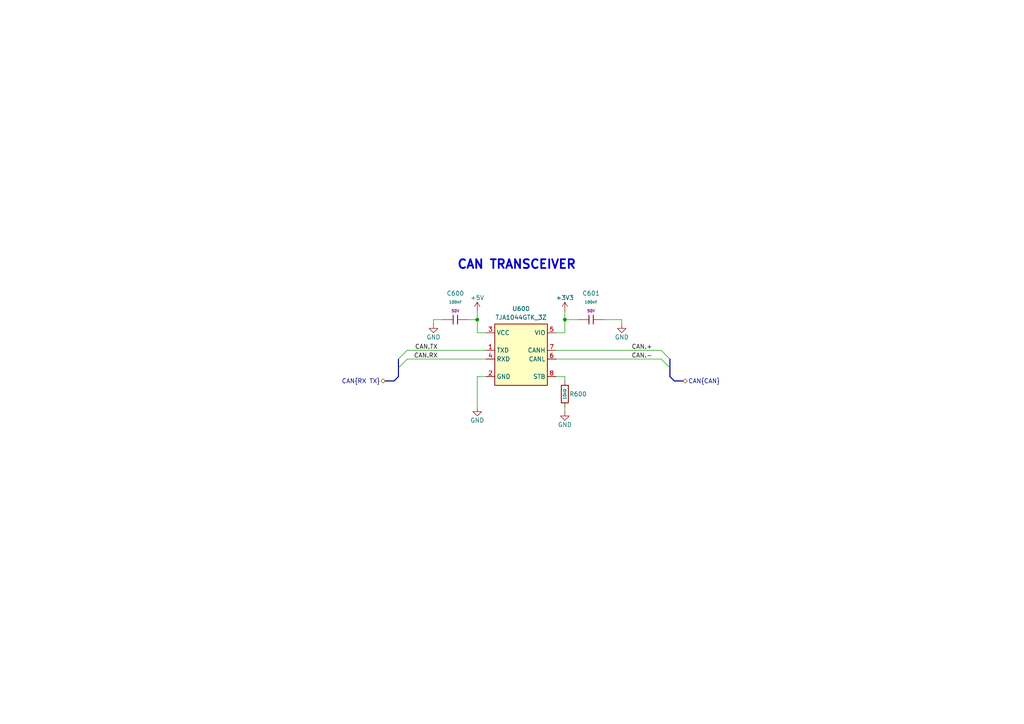
<source format=kicad_sch>
(kicad_sch (version 20250114) (generator "eeschema") (generator_version "9.0")
  (paper "A4")
  (title_block (title "ModuCard power supply unit") (date "2025-08-05") (rev "0") (company "KoNaR") (comment 1 "Base project authors: Dominik Pluta, Artem Horiunov") (comment 2 "Project author: Maciej Chodowiec"))
  (lib_symbols
    (symbol "PCM_JLCPCB-Capacitors:0402,100nF,(2)" (pin_numbers (hide yes)) (pin_names (offset 0))
      (property "Reference" "C" (at 2.032 1.668 0))
      (property "Value" "100nF" (at 2.032 -0.3782 0))
      (property "Voltage Rated" "50V" (at 2.032 -2.0462 0))
      (symbol "0402,100nF,(2)_0_1"
        (polyline (pts (xy -1.27 0.635) (xy 1.27 0.635)) (stroke (width 0.254)))
        (polyline (pts (xy -1.27 -0.635) (xy 1.27 -0.635)) (stroke (width 0.254)))
      )
      (symbol "0402,100nF,(2)_1_1"
        (pin passive line (at 0 3.81 270) (length 3.175) (name "~") (number "1"))
        (pin passive line (at 0 -3.81 90) (length 3.175) (name "~") (number "2"))
      )
    )
    (symbol "PCM_JLCPCB-Resistors:0402,10kΩ" (pin_numbers (hide yes)) (pin_names (offset 0))
      (property "Reference" "R" (at 1.778 0 0))
      (property "Value" "10kΩ" (at 0 0 90))
      (symbol "0402,10kΩ_0_1"
        (rectangle (start -1.016 2.54) (end 1.016 -2.54) (stroke (width 0.254)))
      )
      (symbol "0402,10kΩ_1_1"
        (pin passive line (at 0 3.81 270) (length 1.27) (name "~") (number "1"))
        (pin passive line (at 0 -3.81 90) (length 1.27) (name "~") (number "2"))
      )
    )
    (symbol "TJA1044GTK_3Z:TJA1044GTK_3Z"
      (property "Reference" "U" (at 11.43 7.62 0))
      (property "Value" "TJA1044GTK_3Z" (at 5.08 5.08 0))
      (symbol "TJA1044GTK_3Z_1_1"
        (rectangle (start 5.08 2.54) (end 20.32 -15.24) (stroke (width 0.254)) (fill (type background)))
        (pin power_in line (at 2.54 0 0) (length 2.54) (name "VCC") (number "3"))
        (pin passive line (at 2.54 -5.08 0) (length 2.54) (name "TXD") (number "1"))
        (pin passive line (at 2.54 -7.62 0) (length 2.54) (name "RXD") (number "4"))
        (pin passive line (at 2.54 -12.7 0) (length 2.54) (name "GND") (number "2"))
        (pin passive line (at 2.54 -12.7 0) (length 2.54) (hide yes) (name "EP") (number "9"))
        (pin power_in line (at 22.86 0 180) (length 2.54) (name "VIO") (number "5"))
        (pin passive line (at 22.86 -5.08 180) (length 2.54) (name "CANH") (number "7"))
        (pin passive line (at 22.86 -7.62 180) (length 2.54) (name "CANL") (number "6"))
        (pin passive line (at 22.86 -12.7 180) (length 2.54) (name "STB") (number "8"))
      )
    )
    (symbol "power:+5V" (power) (pin_numbers (hide yes)) (pin_names (offset 0) (hide yes))
      (property "Value" "+5V" (at 0 3.556 0))
      (symbol "+5V_0_1"
        (polyline (pts (xy -0.762 1.27) (xy 0 2.54)))
        (polyline (pts (xy 0 2.54) (xy 0.762 1.27)))
        (polyline (pts (xy 0 0) (xy 0 2.54)))
      )
      (symbol "+5V_1_1"
        (pin power_in line (at 0 0 90) (length 0) (name "~") (number "1"))
      )
    )
    (symbol "power:GND" (power) (pin_numbers (hide yes)) (pin_names (offset 0) (hide yes))
      (property "Value" "GND" (at 0 -3.81 0))
      (symbol "GND_0_1"
        (polyline (pts (xy 0 0) (xy 0 -1.27) (xy 1.27 -1.27) (xy 0 -2.54) (xy -1.27 -1.27) (xy 0 -1.27)))
      )
      (symbol "GND_1_1"
        (pin power_in line (at 0 0 270) (length 0) (name "~") (number "1"))
      )
    )
  )
  (text "CAN TRANSCEIVER" (at 149.86 76.835 0) (effects (font (size 2.54 2.54) (thickness 0.508) (bold yes))))
  (junction (at 163.83 92.71))
  (junction (at 138.43 92.71))
  (bus_entry (at 191.77 101.6) (size 2.54 2.54))
  (bus_entry (at 118.11 104.14) (size -2.54 2.54))
  (bus_entry (at 118.11 101.6) (size -2.54 2.54))
  (bus_entry (at 194.31 106.68) (size -2.54 -2.54))
  (wire (pts (xy 163.83 90.17) (xy 163.83 92.71)))
  (wire (pts (xy 163.83 109.22) (xy 163.83 110.49)))
  (wire (pts (xy 118.11 101.6) (xy 140.97 101.6)))
  (wire (pts (xy 161.29 109.22) (xy 163.83 109.22)))
  (wire (pts (xy 125.73 92.71) (xy 128.27 92.71)))
  (wire (pts (xy 163.83 92.71) (xy 167.64 92.71)))
  (wire (pts (xy 163.83 96.52) (xy 161.29 96.52)))
  (wire (pts (xy 140.97 109.22) (xy 138.43 109.22)))
  (wire (pts (xy 118.11 104.14) (xy 140.97 104.14)))
  (wire (pts (xy 135.89 92.71) (xy 138.43 92.71)))
  (bus (pts (xy 115.57 106.68) (xy 115.57 109.22)))
  (bus (pts (xy 111.76 110.49) (xy 114.3 110.49)))
  (wire (pts (xy 180.34 92.71) (xy 175.26 92.71)))
  (bus (pts (xy 194.31 106.68) (xy 194.31 109.22)))
  (wire (pts (xy 138.43 109.22) (xy 138.43 118.11)))
  (wire (pts (xy 125.73 93.98) (xy 125.73 92.71)))
  (wire (pts (xy 138.43 92.71) (xy 138.43 90.17)))
  (bus (pts (xy 195.58 110.49) (xy 198.12 110.49)))
  (wire (pts (xy 161.29 101.6) (xy 191.77 101.6)))
  (wire (pts (xy 180.34 93.98) (xy 180.34 92.71)))
  (bus (pts (xy 194.31 104.14) (xy 194.31 106.68)))
  (bus (pts (xy 194.31 109.22) (xy 195.58 110.49)))
  (bus (pts (xy 115.57 109.22) (xy 114.3 110.49)))
  (bus (pts (xy 115.57 104.14) (xy 115.57 106.68)))
  (wire (pts (xy 163.83 92.71) (xy 163.83 96.52)))
  (wire (pts (xy 161.29 104.14) (xy 191.77 104.14)))
  (wire (pts (xy 163.83 118.11) (xy 163.83 119.38)))
  (wire (pts (xy 140.97 96.52) (xy 138.43 96.52)))
  (wire (pts (xy 138.43 96.52) (xy 138.43 92.71)))
  (label "CAN.+" (at 189.23 101.6 180))
  (label "CAN.RX" (at 127 104.14 180))
  (label "CAN.TX" (at 127 101.6 180))
  (label "CAN.-" (at 189.23 104.14 180))
  (hierarchical_label "CAN{CAN}" (shape bidirectional) (at 198.12 110.49 0))
  (hierarchical_label "CAN{RX TX}" (shape bidirectional) (at 111.76 110.49 180))
  (symbol (lib_id "power:+5V") (at 163.83 90.17 0) (unit 1)
    (property "Reference" "#PWR0501" (effects (hide yes)))
    (property "Value" "+3V3" (at 163.83 86.36 0))
    (property "Description" "Power symbol creates a global label with name \"+5V\"" (effects (hide yes)))
    (instances (project "base-module" (path "" (reference "#PWR0601") (unit 1)) (path "" (reference "#PWR0501") (unit 1))))
  )
  (symbol (lib_id "PCM_JLCPCB-Capacitors:0402,100nF,(2)") (at 171.45 92.71 90) (unit 1)
    (property "Reference" "C501" (at 171.45 85.09 90))
    (property "Value" "100nF" (at 171.45 87.63 90) (effects (font (size 0.8 0.8))))
    (property "Footprint" "PCM_JLCPCB:C_0402" (effects (hide yes)))
    (property "Datasheet" "https://www.lcsc.com/datasheet/lcsc_datasheet_2304140030_Samsung-Electro-Mechanics-CL05B104KB54PNC_C307331.pdf" (effects (hide yes)))
    (property "Description" "50V 100nF X7R ±10% 0402 Multilayer Ceramic Capacitors MLCC - SMD/SMT ROHS" (effects (hide yes)))
    (property "LCSC" "C307331" (effects (hide yes)))
    (property "Stock" "8389599" (effects (hide yes)))
    (property "Price" "0.008USD" (effects (hide yes)))
    (property "Process" "SMT" (effects (hide yes)))
    (property "Minimum Qty" "20" (effects (hide yes)))
    (property "Attrition Qty" "10" (effects (hide yes)))
    (property "Class" "Basic Component" (effects (hide yes)))
    (property "Category" "Capacitors,Multilayer Ceramic Capacitors MLCC - SMD/SMT" (effects (hide yes)))
    (property "Manufacturer" "Samsung Electro-Mechanics" (effects (hide yes)))
    (property "Part" "CL05B104KB54PNC" (effects (hide yes)))
    (property "Voltage Rated" "50V" (at 171.45 90.17 90) (effects (font (size 0.8 0.8))))
    (property "Tolerance" "±10%" (effects (hide yes)))
    (property "Capacitance" "100nF" (effects (hide yes)))
    (property "Temperature Coefficient" "X7R" (effects (hide yes)))
    (instances (project "" (path "" (reference "C601") (unit 1)) (path "" (reference "C501") (unit 1))))
  )
  (symbol (lib_id "TJA1044GTK_3Z:TJA1044GTK_3Z") (at 138.43 96.52 0) (unit 1)
    (property "Reference" "U500" (at 151.13 89.535 0))
    (property "Value" "TJA1044GTK_3Z" (at 151.13 92.075 0))
    (property "Footprint" "Package_SON:HVSON-8-1EP_3x3mm_P0.65mm_EP1.6x2.4mm" (effects (hide yes)))
    (property "Datasheet" "http://www.nxp.com/docs/en/data-sheet/TJA1044.pdf" (effects (hide yes)))
    (property "Description" "CAN Interface IC High-speed CAN transceiver with Standby mode" (effects (hide yes)))
    (property "Manufacturer_Name" "NXP" (effects (hide yes)))
    (property "Manufacturer_Part_Number" "TJA1044GTK/3Z" (effects (hide yes)))
    (property "LCSC" "C5215851" (effects (hide yes)))
    (instances (project "base-module" (path "" (reference "U600") (unit 1)) (path "" (reference "U500") (unit 1))))
  )
  (symbol (lib_id "PCM_JLCPCB-Resistors:0402,10kΩ") (at 163.83 114.3 0) (unit 1)
    (property "Reference" "R500" (at 165.1 114.3 0) (effects (justify left)))
    (property "Value" "10kΩ" (at 163.83 114.3 90) (effects (font (size 0.8 0.8))))
    (property "Footprint" "PCM_JLCPCB:R_0402" (effects (hide yes)))
    (property "Datasheet" "https://www.lcsc.com/datasheet/lcsc_datasheet_2411221126_UNI-ROYAL-Uniroyal-Elec-0402WGF1002TCE_C25744.pdf" (effects (hide yes)))
    (property "Description" "62.5mW Thick Film Resistors 50V ±100ppm/°C ±1% 10kΩ 0402 Chip Resistor - Surface Mount ROHS" (effects (hide yes)))
    (property "LCSC" "C25744" (effects (hide yes)))
    (property "Stock" "24372091" (effects (hide yes)))
    (property "Price" "0.004USD" (effects (hide yes)))
    (property "Process" "SMT" (effects (hide yes)))
    (property "Minimum Qty" "20" (effects (hide yes)))
    (property "Attrition Qty" "10" (effects (hide yes)))
    (property "Class" "Basic Component" (effects (hide yes)))
    (property "Category" "Resistors,Chip Resistor - Surface Mount" (effects (hide yes)))
    (property "Manufacturer" "UNI-ROYAL(Uniroyal Elec)" (effects (hide yes)))
    (property "Part" "0402WGF1002TCE" (effects (hide yes)))
    (property "Resistance" "10kΩ" (effects (hide yes)))
    (property "Power(Watts)" "62.5mW" (effects (hide yes)))
    (property "Type" "Thick Film Resistors" (effects (hide yes)))
    (property "Overload Voltage (Max)" "50V" (effects (hide yes)))
    (property "Operating Temperature Range" "-55°C~+155°C" (effects (hide yes)))
    (property "Tolerance" "±1%" (effects (hide yes)))
    (property "Temperature Coefficient" "±100ppm/°C" (effects (hide yes)))
    (instances (project "" (path "" (reference "R600") (unit 1)) (path "" (reference "R500") (unit 1))))
  )
  (symbol (lib_id "power:+5V") (at 138.43 90.17 0) (unit 1)
    (property "Reference" "#PWR0500" (effects (hide yes)))
    (property "Value" "+5V" (at 138.43 86.36 0))
    (property "Description" "Power symbol creates a global label with name \"+5V\"" (effects (hide yes)))
    (instances (project "base-module" (path "" (reference "#PWR0600") (unit 1)) (path "" (reference "#PWR0500") (unit 1))))
  )
  (symbol (lib_id "PCM_JLCPCB-Capacitors:0402,100nF,(2)") (at 132.08 92.71 90) (unit 1)
    (property "Reference" "C500" (at 132.08 85.09 90))
    (property "Value" "100nF" (at 132.08 87.63 90) (effects (font (size 0.8 0.8))))
    (property "Footprint" "PCM_JLCPCB:C_0402" (effects (hide yes)))
    (property "Datasheet" "https://www.lcsc.com/datasheet/lcsc_datasheet_2304140030_Samsung-Electro-Mechanics-CL05B104KB54PNC_C307331.pdf" (effects (hide yes)))
    (property "Description" "50V 100nF X7R ±10% 0402 Multilayer Ceramic Capacitors MLCC - SMD/SMT ROHS" (effects (hide yes)))
    (property "LCSC" "C307331" (effects (hide yes)))
    (property "Stock" "8389599" (effects (hide yes)))
    (property "Price" "0.008USD" (effects (hide yes)))
    (property "Process" "SMT" (effects (hide yes)))
    (property "Minimum Qty" "20" (effects (hide yes)))
    (property "Attrition Qty" "10" (effects (hide yes)))
    (property "Class" "Basic Component" (effects (hide yes)))
    (property "Category" "Capacitors,Multilayer Ceramic Capacitors MLCC - SMD/SMT" (effects (hide yes)))
    (property "Manufacturer" "Samsung Electro-Mechanics" (effects (hide yes)))
    (property "Part" "CL05B104KB54PNC" (effects (hide yes)))
    (property "Voltage Rated" "50V" (at 132.08 90.17 90) (effects (font (size 0.8 0.8))))
    (property "Tolerance" "±10%" (effects (hide yes)))
    (property "Capacitance" "100nF" (effects (hide yes)))
    (property "Temperature Coefficient" "X7R" (effects (hide yes)))
    (instances (project "base-module" (path "" (reference "C600") (unit 1)) (path "" (reference "C500") (unit 1))))
  )
  (symbol (lib_id "power:GND") (at 125.73 93.98 0) (unit 1)
    (property "Reference" "#PWR0502" (effects (hide yes)))
    (property "Value" "GND" (at 125.73 97.79 0))
    (property "Description" "Power symbol creates a global label with name \"GND\" , ground" (effects (hide yes)))
    (instances (project "base-module" (path "" (reference "#PWR0602") (unit 1)) (path "" (reference "#PWR0502") (unit 1))))
  )
  (symbol (lib_id "power:GND") (at 163.83 119.38 0) (unit 1)
    (property "Reference" "#PWR0505" (effects (hide yes)))
    (property "Value" "GND" (at 163.83 123.19 0))
    (property "Description" "Power symbol creates a global label with name \"GND\" , ground" (effects (hide yes)))
    (instances (project "base-module" (path "" (reference "#PWR0605") (unit 1)) (path "" (reference "#PWR0505") (unit 1))))
  )
  (symbol (lib_id "power:GND") (at 180.34 93.98 0) (mirror y) (unit 1)
    (property "Reference" "#PWR0503" (effects (hide yes)))
    (property "Value" "GND" (at 180.34 97.79 0))
    (property "Description" "Power symbol creates a global label with name \"GND\" , ground" (effects (hide yes)))
    (instances (project "base-module" (path "" (reference "#PWR0603") (unit 1)) (path "" (reference "#PWR0503") (unit 1))))
  )
  (symbol (lib_id "power:GND") (at 138.43 118.11 0) (unit 1)
    (property "Reference" "#PWR0504" (effects (hide yes)))
    (property "Value" "GND" (at 138.43 121.92 0))
    (property "Description" "Power symbol creates a global label with name \"GND\" , ground" (effects (hide yes)))
    (instances (project "base-module" (path "" (reference "#PWR0604") (unit 1)) (path "" (reference "#PWR0504") (unit 1))))
  )
)
</source>
